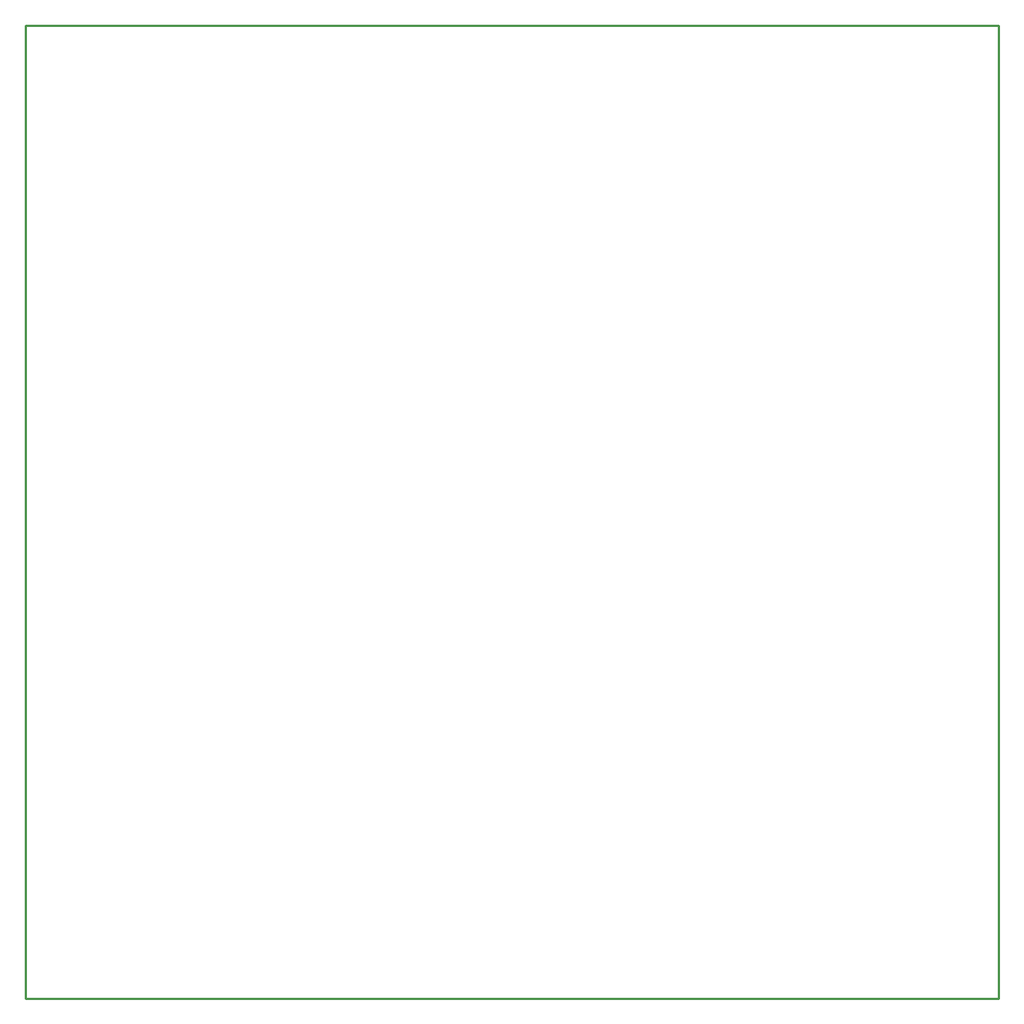
<source format=gko>
G04*
G04 #@! TF.GenerationSoftware,Altium Limited,Altium Designer,18.0.7 (293)*
G04*
G04 Layer_Color=16711935*
%FSLAX25Y25*%
%MOIN*%
G70*
G01*
G75*
%ADD51C,0.01000*%
D51*
X-406867Y68384D02*
X-406867Y-364687D01*
X26204D01*
X-406867Y68384D02*
X26204D01*
Y-364687D02*
Y68384D01*
M02*

</source>
